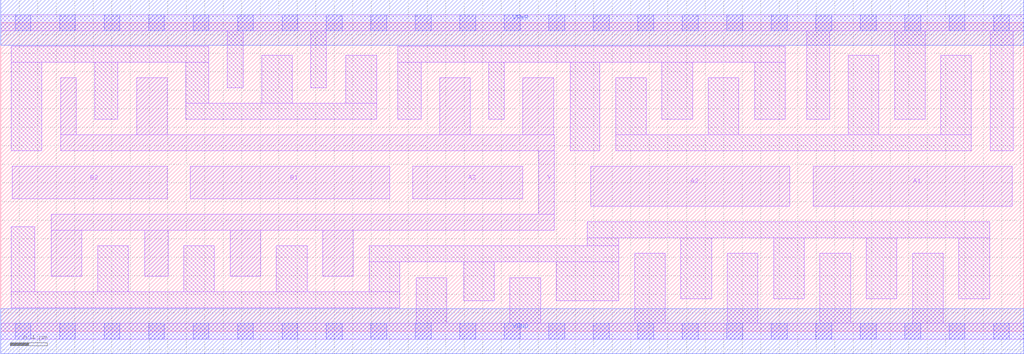
<source format=lef>
# Copyright 2020 The SkyWater PDK Authors
#
# Licensed under the Apache License, Version 2.0 (the "License");
# you may not use this file except in compliance with the License.
# You may obtain a copy of the License at
#
#     https://www.apache.org/licenses/LICENSE-2.0
#
# Unless required by applicable law or agreed to in writing, software
# distributed under the License is distributed on an "AS IS" BASIS,
# WITHOUT WARRANTIES OR CONDITIONS OF ANY KIND, either express or implied.
# See the License for the specific language governing permissions and
# limitations under the License.
#
# SPDX-License-Identifier: Apache-2.0

VERSION 5.7 ;
  NAMESCASESENSITIVE ON ;
  NOWIREEXTENSIONATPIN ON ;
  DIVIDERCHAR "/" ;
  BUSBITCHARS "[]" ;
UNITS
  DATABASE MICRONS 200 ;
END UNITS
MACRO sky130_fd_sc_ls__o32ai_4
  CLASS CORE ;
  FOREIGN sky130_fd_sc_ls__o32ai_4 ;
  ORIGIN  0.000000  0.000000 ;
  SIZE  11.04000 BY  3.330000 ;
  SYMMETRY X Y ;
  SITE unit ;
  PIN A1
    ANTENNAGATEAREA  1.116000 ;
    DIRECTION INPUT ;
    USE SIGNAL ;
    PORT
      LAYER li1 ;
        RECT 8.765000 1.350000 10.915000 1.780000 ;
    END
  END A1
  PIN A2
    ANTENNAGATEAREA  1.116000 ;
    DIRECTION INPUT ;
    USE SIGNAL ;
    PORT
      LAYER li1 ;
        RECT 6.365000 1.350000 8.515000 1.780000 ;
    END
  END A2
  PIN A3
    ANTENNAGATEAREA  1.116000 ;
    DIRECTION INPUT ;
    USE SIGNAL ;
    PORT
      LAYER li1 ;
        RECT 4.445000 1.430000 5.635000 1.780000 ;
    END
  END A3
  PIN B1
    ANTENNAGATEAREA  1.116000 ;
    DIRECTION INPUT ;
    USE SIGNAL ;
    PORT
      LAYER li1 ;
        RECT 2.045000 1.430000 4.195000 1.780000 ;
    END
  END B1
  PIN B2
    ANTENNAGATEAREA  1.116000 ;
    DIRECTION INPUT ;
    USE SIGNAL ;
    PORT
      LAYER li1 ;
        RECT 0.125000 1.430000 1.795000 1.780000 ;
    END
  END B2
  PIN Y
    ANTENNADIFFAREA  2.287500 ;
    DIRECTION OUTPUT ;
    USE SIGNAL ;
    PORT
      LAYER li1 ;
        RECT 0.545000 0.595000 0.875000 1.090000 ;
        RECT 0.545000 1.090000 5.975000 1.260000 ;
        RECT 0.645000 1.950000 5.975000 2.120000 ;
        RECT 0.645000 2.120000 0.815000 2.735000 ;
        RECT 1.465000 2.120000 1.795000 2.735000 ;
        RECT 1.555000 0.595000 1.805000 1.090000 ;
        RECT 2.475000 0.595000 2.805000 1.090000 ;
        RECT 3.475000 0.595000 3.805000 1.090000 ;
        RECT 4.735000 2.120000 5.065000 2.735000 ;
        RECT 5.635000 2.120000 5.965000 2.735000 ;
        RECT 5.805000 1.260000 5.975000 1.950000 ;
    END
  END Y
  PIN VGND
    DIRECTION INOUT ;
    SHAPE ABUTMENT ;
    USE GROUND ;
    PORT
      LAYER met1 ;
        RECT 0.000000 -0.245000 11.040000 0.245000 ;
    END
  END VGND
  PIN VPWR
    DIRECTION INOUT ;
    SHAPE ABUTMENT ;
    USE POWER ;
    PORT
      LAYER met1 ;
        RECT 0.000000 3.085000 11.040000 3.575000 ;
    END
  END VPWR
  OBS
    LAYER li1 ;
      RECT  0.000000 -0.085000 11.040000 0.085000 ;
      RECT  0.000000  3.245000 11.040000 3.415000 ;
      RECT  0.115000  0.255000  4.305000 0.425000 ;
      RECT  0.115000  0.425000  0.365000 1.130000 ;
      RECT  0.115000  1.950000  0.445000 2.905000 ;
      RECT  0.115000  2.905000  2.245000 3.075000 ;
      RECT  1.015000  2.290000  1.265000 2.905000 ;
      RECT  1.045000  0.425000  1.375000 0.920000 ;
      RECT  1.975000  0.425000  2.305000 0.920000 ;
      RECT  1.995000  2.290000  4.055000 2.460000 ;
      RECT  1.995000  2.460000  2.245000 2.905000 ;
      RECT  2.445000  2.630000  2.615000 3.245000 ;
      RECT  2.815000  2.460000  3.145000 2.980000 ;
      RECT  2.975000  0.425000  3.305000 0.920000 ;
      RECT  3.345000  2.630000  3.515000 3.245000 ;
      RECT  3.725000  2.460000  4.055000 2.980000 ;
      RECT  3.975000  0.425000  4.305000 0.750000 ;
      RECT  3.975000  0.750000  6.670000 0.920000 ;
      RECT  4.285000  2.290000  4.535000 2.905000 ;
      RECT  4.285000  2.905000  8.465000 3.075000 ;
      RECT  4.485000  0.085000  4.815000 0.580000 ;
      RECT  4.995000  0.330000  5.325000 0.750000 ;
      RECT  5.265000  2.290000  5.435000 2.905000 ;
      RECT  5.495000  0.085000  5.825000 0.580000 ;
      RECT  5.995000  0.330000  6.670000 0.750000 ;
      RECT  6.145000  1.950000  6.465000 2.905000 ;
      RECT  6.330000  0.920000  6.670000 1.010000 ;
      RECT  6.330000  1.010000 10.670000 1.180000 ;
      RECT  6.635000  1.950000 10.475000 2.120000 ;
      RECT  6.635000  2.120000  6.965000 2.735000 ;
      RECT  6.840000  0.085000  7.170000 0.840000 ;
      RECT  7.135000  2.290000  7.465000 2.905000 ;
      RECT  7.340000  0.350000  7.670000 1.010000 ;
      RECT  7.635000  2.120000  7.965000 2.735000 ;
      RECT  7.840000  0.085000  8.170000 0.840000 ;
      RECT  8.135000  2.290000  8.465000 2.905000 ;
      RECT  8.340000  0.350000  8.670000 1.010000 ;
      RECT  8.695000  2.290000  8.945000 3.245000 ;
      RECT  8.840000  0.085000  9.170000 0.840000 ;
      RECT  9.145000  2.120000  9.475000 2.980000 ;
      RECT  9.340000  0.350000  9.670000 1.010000 ;
      RECT  9.645000  2.290000  9.975000 3.245000 ;
      RECT  9.840000  0.085000 10.170000 0.840000 ;
      RECT 10.145000  2.120000 10.475000 2.980000 ;
      RECT 10.340000  0.350000 10.670000 1.010000 ;
      RECT 10.675000  1.950000 10.925000 3.245000 ;
    LAYER mcon ;
      RECT  0.155000 -0.085000  0.325000 0.085000 ;
      RECT  0.155000  3.245000  0.325000 3.415000 ;
      RECT  0.635000 -0.085000  0.805000 0.085000 ;
      RECT  0.635000  3.245000  0.805000 3.415000 ;
      RECT  1.115000 -0.085000  1.285000 0.085000 ;
      RECT  1.115000  3.245000  1.285000 3.415000 ;
      RECT  1.595000 -0.085000  1.765000 0.085000 ;
      RECT  1.595000  3.245000  1.765000 3.415000 ;
      RECT  2.075000 -0.085000  2.245000 0.085000 ;
      RECT  2.075000  3.245000  2.245000 3.415000 ;
      RECT  2.555000 -0.085000  2.725000 0.085000 ;
      RECT  2.555000  3.245000  2.725000 3.415000 ;
      RECT  3.035000 -0.085000  3.205000 0.085000 ;
      RECT  3.035000  3.245000  3.205000 3.415000 ;
      RECT  3.515000 -0.085000  3.685000 0.085000 ;
      RECT  3.515000  3.245000  3.685000 3.415000 ;
      RECT  3.995000 -0.085000  4.165000 0.085000 ;
      RECT  3.995000  3.245000  4.165000 3.415000 ;
      RECT  4.475000 -0.085000  4.645000 0.085000 ;
      RECT  4.475000  3.245000  4.645000 3.415000 ;
      RECT  4.955000 -0.085000  5.125000 0.085000 ;
      RECT  4.955000  3.245000  5.125000 3.415000 ;
      RECT  5.435000 -0.085000  5.605000 0.085000 ;
      RECT  5.435000  3.245000  5.605000 3.415000 ;
      RECT  5.915000 -0.085000  6.085000 0.085000 ;
      RECT  5.915000  3.245000  6.085000 3.415000 ;
      RECT  6.395000 -0.085000  6.565000 0.085000 ;
      RECT  6.395000  3.245000  6.565000 3.415000 ;
      RECT  6.875000 -0.085000  7.045000 0.085000 ;
      RECT  6.875000  3.245000  7.045000 3.415000 ;
      RECT  7.355000 -0.085000  7.525000 0.085000 ;
      RECT  7.355000  3.245000  7.525000 3.415000 ;
      RECT  7.835000 -0.085000  8.005000 0.085000 ;
      RECT  7.835000  3.245000  8.005000 3.415000 ;
      RECT  8.315000 -0.085000  8.485000 0.085000 ;
      RECT  8.315000  3.245000  8.485000 3.415000 ;
      RECT  8.795000 -0.085000  8.965000 0.085000 ;
      RECT  8.795000  3.245000  8.965000 3.415000 ;
      RECT  9.275000 -0.085000  9.445000 0.085000 ;
      RECT  9.275000  3.245000  9.445000 3.415000 ;
      RECT  9.755000 -0.085000  9.925000 0.085000 ;
      RECT  9.755000  3.245000  9.925000 3.415000 ;
      RECT 10.235000 -0.085000 10.405000 0.085000 ;
      RECT 10.235000  3.245000 10.405000 3.415000 ;
      RECT 10.715000 -0.085000 10.885000 0.085000 ;
      RECT 10.715000  3.245000 10.885000 3.415000 ;
  END
END sky130_fd_sc_ls__o32ai_4
END LIBRARY

</source>
